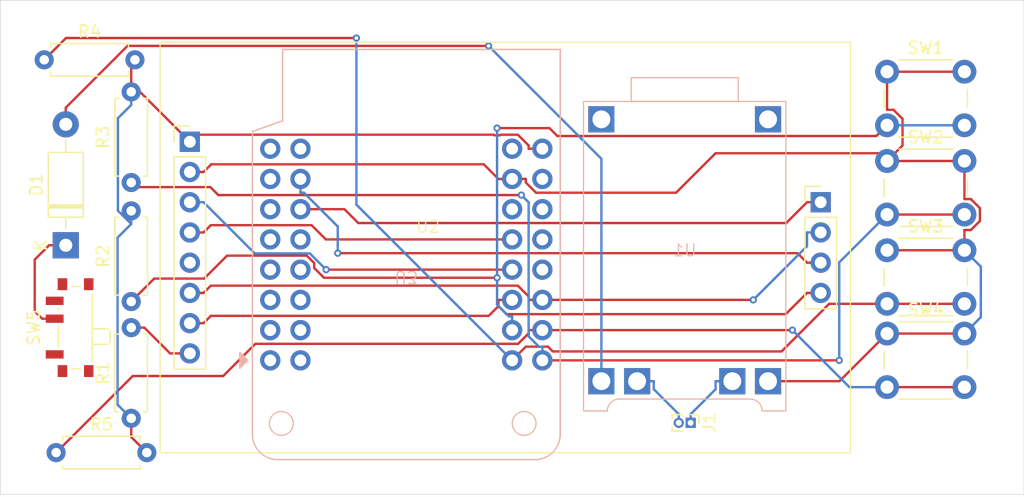
<source format=kicad_pcb>
(kicad_pcb (version 20241129) (generator "pcbnew") (generator_version "8.99")
  (layers (0 "F.Cu" signal) (2 "B.Cu" signal) (13 "F.Paste" user) (15 "B.Paste" user) (5 "F.SilkS" user "F.Silkscreen") (7 "B.SilkS" user "B.Silkscreen") (1 "F.Mask" user) (3 "B.Mask" user) (25 "Edge.Cuts" user))
  (net 0 "")
  (net 1 "Net-(D1-A)")
  (net 2 "Net-(D1-K)")
  (net 3 "Net-(U2-LED)")
  (net 4 "+3V3")
  (net 5 "b1")
  (net 6 "b2")
  (net 7 "b3")
  (net 8 "b4")
  (net 9 "GND")
  (net 10 "BAT-")
  (net 14 "VCC")
  (net 15 "BAT+")
  (net 16 "SCK")
  (net 17 "TFT_DC")
  (net 18 "MOSI")
  (net 19 "CS")
  (net 20 "MISO")
  (net 21 "SD_CS")
  (net 22 "TFT_EN")
  (net 39 "+5V")
  (footprint "Button_Switch_THT:SW_PUSH_6mm_H7.3mm" (layer "F.Cu") (at 147.5 80)
    (property "Reference" "SW4" (at 3.25 -2 0) (layer "F.SilkS"))
    (property "Value" "SW_Omron_B3FS")
    (fp_line (start -0.25 1.5) (end -0.25 3) (stroke (width 0.12)) (layer "F.SilkS"))
    (fp_line (start 1 5.5) (end 5.5 5.5) (stroke (width 0.12)) (layer "F.SilkS"))
    (fp_line (start 5.5 -1) (end 1 -1) (stroke (width 0.12)) (layer "F.SilkS"))
    (fp_line (start 6.75 3) (end 6.75 1.5) (stroke (width 0.12)) (layer "F.SilkS"))
    (pad "1" thru_hole circle (at 0 0 90) (size 2 2) (drill 1.1) (layers "*.Cu" "*.Mask") (net 9 "GND"))
    (pad "1" thru_hole circle (at 6.5 0 90) (size 2 2) (drill 1.1) (layers "*.Cu" "*.Mask") (net 9 "GND"))
    (pad "2" thru_hole circle (at 0 4.5 90) (size 2 2) (drill 1.1) (layers "*.Cu" "*.Mask") (net 8 "b4"))
    (pad "2" thru_hole circle (at 6.5 4.5 90) (size 2 2) (drill 1.1) (layers "*.Cu" "*.Mask") (net 8 "b4"))
  )
  (footprint "Connector_PinHeader_1.00mm:PinHeader_1x02_P1.00mm_Vertical" (layer "F.Cu") (at 131 87.5 -90)
    (property "Reference" "J1" (at 0 -1.56 90) (layer "F.SilkS"))
    (property "Value" "Conn_01x02_Pin")
    (fp_line (start -0.695 1.56) (end -0.394493 1.56) (stroke (width 0.12)) (layer "F.SilkS"))
    (fp_line (start 0.394493 1.56) (end 0.695 1.56) (stroke (width 0.12)) (layer "F.SilkS"))
    (fp_line (start -0.695 0.685) (end -0.695 1.56) (stroke (width 0.12)) (layer "F.SilkS"))
    (fp_line (start -0.695 0.685) (end -0.608276 0.685) (stroke (width 0.12)) (layer "F.SilkS"))
    (fp_line (start 0.608276 0.685) (end 0.695 0.685) (stroke (width 0.12)) (layer "F.SilkS"))
    (fp_line (start 0.695 0.685) (end 0.695 1.56) (stroke (width 0.12)) (layer "F.SilkS"))
    (fp_line (start -0.695 0) (end -0.695 -0.685) (stroke (width 0.12)) (layer "F.SilkS"))
    (fp_line (start -0.695 -0.685) (end 0 -0.685) (stroke (width 0.12)) (layer "F.SilkS"))
    (pad "1" thru_hole rect (at 0 0 270) (size 0.85 0.85) (drill 0.5) (layers "*.Cu" "*.Mask") (net 10 "BAT-"))
    (pad "2" thru_hole oval (at 0 1 270) (size 0.85 0.85) (drill 0.5) (layers "*.Cu" "*.Mask") (net 15 "BAT+"))
  )
  (footprint "Button_Switch_SMD:SW_SPDT_PCM12" (layer "F.Cu") (at 79 79.5 90)
    (property "Reference" "SW5" (at 0 -3.2 90) (layer "F.SilkS"))
    (property "Value" "SW_SPDT")
    (fp_line (start 1.4 -1.12) (end 1.6 -1.12) (stroke (width 0.12)) (layer "F.SilkS"))
    (fp_line (start -1.6 -1.12) (end 0.1 -1.12) (stroke (width 0.12)) (layer "F.SilkS"))
    (fp_line (start -3.45 -0.07) (end -3.45 0.72) (stroke (width 0.12)) (layer "F.SilkS"))
    (fp_line (start 3.45 0.72) (end 3.45 -0.07) (stroke (width 0.12)) (layer "F.SilkS"))
    (fp_line (start -1.4 1.73) (end -1.4 3.02) (stroke (width 0.12)) (layer "F.SilkS"))
    (fp_line (start -2.85 1.73) (end 2.85 1.73) (stroke (width 0.12)) (layer "F.SilkS"))
    (fp_line (start -0.1 3.02) (end -0.1 1.73) (stroke (width 0.12)) (layer "F.SilkS"))
    (fp_line (start -0.1 3.02) (end -0.3 3.23) (stroke (width 0.12)) (layer "F.SilkS"))
    (fp_line (start -1.4 3.02) (end -1.2 3.23) (stroke (width 0.12)) (layer "F.SilkS"))
    (fp_line (start -1.2 3.23) (end -0.3 3.23) (stroke (width 0.12)) (layer "F.SilkS"))
    (pad "" smd rect (at -3.65 -0.78 90) (size 1 0.8) (layers "F.Cu" "F.Mask" "F.Paste"))
    (pad "" smd rect (at -3.65 1.43 90) (size 1 0.8) (layers "F.Cu" "F.Mask" "F.Paste"))
    (pad "" np_thru_hole circle (at -1.5 0.33 90) (size 0.9 0.9) (drill 0.9) (layers "*.Cu" "*.Mask"))
    (pad "" np_thru_hole circle (at 1.5 0.33 90) (size 0.9 0.9) (drill 0.9) (layers "*.Cu" "*.Mask"))
    (pad "" smd rect (at 3.65 -0.78 90) (size 1 0.8) (layers "F.Cu" "F.Mask" "F.Paste"))
    (pad "" smd rect (at 3.65 1.43 90) (size 1 0.8) (layers "F.Cu" "F.Mask" "F.Paste"))
    (pad "1" smd rect (at -2.25 -1.43 90) (size 0.7 1.5) (layers "F.Cu" "F.Mask" "F.Paste") (net 14 "VCC"))
    (pad "2" smd rect (at 0.75 -1.43 90) (size 0.7 1.5) (layers "F.Cu" "F.Mask" "F.Paste") (net 2 "Net-(D1-K)"))
    (pad "3" smd rect (at 2.25 -1.43 90) (size 0.7 1.5) (layers "F.Cu" "F.Mask" "F.Paste"))
  )
  (footprint "Button_Switch_THT:SW_PUSH_6mm_H7.3mm" (layer "F.Cu") (at 147.5 73)
    (property "Reference" "SW3" (at 3.25 -2 0) (layer "F.SilkS"))
    (property "Value" "SW_Omron_B3FS")
    (fp_line (start -0.25 1.5) (end -0.25 3) (stroke (width 0.12)) (layer "F.SilkS"))
    (fp_line (start 1 5.5) (end 5.5 5.5) (stroke (width 0.12)) (layer "F.SilkS"))
    (fp_line (start 5.5 -1) (end 1 -1) (stroke (width 0.12)) (layer "F.SilkS"))
    (fp_line (start 6.75 3) (end 6.75 1.5) (stroke (width 0.12)) (layer "F.SilkS"))
    (pad "1" thru_hole circle (at 0 0 90) (size 2 2) (drill 1.1) (layers "*.Cu" "*.Mask") (net 9 "GND"))
    (pad "1" thru_hole circle (at 6.5 0 90) (size 2 2) (drill 1.1) (layers "*.Cu" "*.Mask") (net 9 "GND"))
    (pad "2" thru_hole circle (at 0 4.5 90) (size 2 2) (drill 1.1) (layers "*.Cu" "*.Mask") (net 7 "b3"))
    (pad "2" thru_hole circle (at 6.5 4.5 90) (size 2 2) (drill 1.1) (layers "*.Cu" "*.Mask") (net 7 "b3"))
  )
  (footprint "asylum-weather:TFT_ST7735_SD" (layer "F.Cu") (at 108.925 72.525)
    (property "Reference" "U2" (at 0 -1.5 0) (layer "F.SilkS") (effects (font (thickness 0.1))))
    (property "Value" "TFT_ST7735_SD")
    (fp_line (start -21.33 -9.97) (end -20 -9.97) (stroke (width 0.12)) (layer "F.SilkS"))
    (fp_line (start -21.33 -8.64) (end -21.33 -9.97) (stroke (width 0.12)) (layer "F.SilkS"))
    (fp_line (start -21.33 -7.37) (end -21.33 10.47) (stroke (width 0.12)) (layer "F.SilkS"))
    (fp_line (start -21.33 -7.37) (end -18.67 -7.37) (stroke (width 0.12)) (layer "F.SilkS"))
    (fp_line (start -21.33 10.47) (end -18.67 10.47) (stroke (width 0.12)) (layer "F.SilkS"))
    (fp_line (start -18.67 -7.37) (end -18.67 10.47) (stroke (width 0.12)) (layer "F.SilkS"))
    (fp_line (start 31.67 -4.89) (end 33 -4.89) (stroke (width 0.12)) (layer "F.SilkS"))
    (fp_line (start 31.67 -3.56) (end 31.67 -4.89) (stroke (width 0.12)) (layer "F.SilkS"))
    (fp_line (start 31.67 -2.29) (end 31.67 5.39) (stroke (width 0.12)) (layer "F.SilkS"))
    (fp_line (start 31.67 -2.29) (end 34.33 -2.29) (stroke (width 0.12)) (layer "F.SilkS"))
    (fp_line (start 31.67 5.39) (end 34.33 5.39) (stroke (width 0.12)) (layer "F.SilkS"))
    (fp_line (start 34.33 -2.29) (end 34.33 5.39) (stroke (width 0.12)) (layer "F.SilkS"))
    (fp_rect (start -22.5 -17) (end 35.5 17.5) (stroke (width 0.1)) (fill no) (layer "F.SilkS"))
    (pad "" np_thru_hole circle (at -19.5 -14) (size 3.2 3.2) (drill 3.2) (layers "*.Cu" "*.Mask"))
    (pad "" np_thru_hole circle (at -19.5 14.5) (size 3.2 3.2) (drill 3.2) (layers "*.Cu" "*.Mask"))
    (pad "" np_thru_hole circle (at 32.5 -14) (size 3.2 3.2) (drill 3.2) (layers "*.Cu" "*.Mask"))
    (pad "" np_thru_hole circle (at 32.5 14.5) (size 3.2 3.2) (drill 3.2) (layers "*.Cu" "*.Mask"))
    (pad "1" thru_hole rect (at -20 -8.64) (size 1.7 1.7) (drill 1) (layers "*.Cu" "*.Mask") (net 4 "+3V3"))
    (pad "2" thru_hole oval (at -20 -6.1) (size 1.7 1.7) (drill 1) (layers "*.Cu" "*.Mask") (net 9 "GND"))
    (pad "3" thru_hole oval (at -20 -3.56) (size 1.7 1.7) (drill 1) (layers "*.Cu" "*.Mask") (net 19 "CS"))
    (pad "4" thru_hole oval (at -20 -1.02) (size 1.7 1.7) (drill 1) (layers "*.Cu" "*.Mask") (net 22 "TFT_EN"))
    (pad "5" thru_hole oval (at -20 1.52) (size 1.7 1.7) (drill 1) (layers "*.Cu" "*.Mask") (net 17 "TFT_DC"))
    (pad "6" thru_hole oval (at -20 4.06) (size 1.7 1.7) (drill 1) (layers "*.Cu" "*.Mask") (net 18 "MOSI"))
    (pad "7" thru_hole oval (at -20 6.6) (size 1.7 1.7) (drill 1) (layers "*.Cu" "*.Mask") (net 16 "SCK"))
    (pad "8" thru_hole oval (at -20 9.14) (size 1.7 1.7) (drill 1) (layers "*.Cu" "*.Mask") (net 3 "Net-(U2-LED)"))
    (pad "9" thru_hole rect (at 33 -3.56) (size 1.7 1.7) (drill 1) (layers "*.Cu" "*.Mask") (net 21 "SD_CS"))
    (pad "10" thru_hole oval (at 33 -1.02) (size 1.7 1.7) (drill 1) (layers "*.Cu" "*.Mask") (net 18 "MOSI"))
    (pad "11" thru_hole oval (at 33 1.52) (size 1.7 1.7) (drill 1) (layers "*.Cu" "*.Mask") (net 20 "MISO"))
    (pad "12" thru_hole oval (at 33 4.06) (size 1.7 1.7) (drill 1) (layers "*.Cu" "*.Mask") (net 16 "SCK"))
  )
  (footprint "Resistor_THT:R_Axial_DIN0207_L6.3mm_D2.5mm_P7.62mm_Horizontal" (layer "F.Cu") (at 77.69 90)
    (property "Reference" "R5" (at 3.81 -2.37 0) (layer "F.SilkS"))
    (property "Value" "R_Small")
    (fp_line (start 0.54 -1.37) (end 7.08 -1.37) (stroke (width 0.12)) (layer "F.SilkS"))
    (fp_line (start 0.54 -1.04) (end 0.54 -1.37) (stroke (width 0.12)) (layer "F.SilkS"))
    (fp_line (start 0.54 1.04) (end 0.54 1.37) (stroke (width 0.12)) (layer "F.SilkS"))
    (fp_line (start 0.54 1.37) (end 7.08 1.37) (stroke (width 0.12)) (layer "F.SilkS"))
    (fp_line (start 7.08 -1.37) (end 7.08 -1.04) (stroke (width 0.12)) (layer "F.SilkS"))
    (fp_line (start 7.08 1.37) (end 7.08 1.04) (stroke (width 0.12)) (layer "F.SilkS"))
    (pad "1" thru_hole circle (at 0 0) (size 1.6 1.6) (drill 0.8) (layers "*.Cu" "*.Mask") (net 8 "b4"))
    (pad "2" thru_hole oval (at 7.62 0) (size 1.6 1.6) (drill 0.8) (layers "*.Cu" "*.Mask") (net 4 "+3V3"))
  )
  (footprint "Button_Switch_THT:SW_PUSH_6mm_H7.3mm" (layer "F.Cu") (at 147.5 58)
    (property "Reference" "SW1" (at 3.25 -2 0) (layer "F.SilkS"))
    (property "Value" "SW_Omron_B3FS")
    (fp_line (start -0.25 1.5) (end -0.25 3) (stroke (width 0.12)) (layer "F.SilkS"))
    (fp_line (start 1 5.5) (end 5.5 5.5) (stroke (width 0.12)) (layer "F.SilkS"))
    (fp_line (start 5.5 -1) (end 1 -1) (stroke (width 0.12)) (layer "F.SilkS"))
    (fp_line (start 6.75 3) (end 6.75 1.5) (stroke (width 0.12)) (layer "F.SilkS"))
    (pad "1" thru_hole circle (at 0 0 90) (size 2 2) (drill 1.1) (layers "*.Cu" "*.Mask") (net 9 "GND"))
    (pad "1" thru_hole circle (at 6.5 0 90) (size 2 2) (drill 1.1) (layers "*.Cu" "*.Mask") (net 9 "GND"))
    (pad "2" thru_hole circle (at 0 4.5 90) (size 2 2) (drill 1.1) (layers "*.Cu" "*.Mask") (net 5 "b1"))
    (pad "2" thru_hole circle (at 6.5 4.5 90) (size 2 2) (drill 1.1) (layers "*.Cu" "*.Mask") (net 5 "b1"))
  )
  (footprint "Resistor_THT:R_Axial_DIN0207_L6.3mm_D2.5mm_P7.62mm_Horizontal" (layer "F.Cu") (at 84 67.31 90)
    (property "Reference" "R3" (at 3.81 -2.37 90) (layer "F.SilkS"))
    (property "Value" "R_Small")
    (fp_line (start 7.08 -1.37) (end 7.08 -1.04) (stroke (width 0.12)) (layer "F.SilkS"))
    (fp_line (start 0.54 -1.37) (end 7.08 -1.37) (stroke (width 0.12)) (layer "F.SilkS"))
    (fp_line (start 0.54 -1.04) (end 0.54 -1.37) (stroke (width 0.12)) (layer "F.SilkS"))
    (fp_line (start 0.54 1.04) (end 0.54 1.37) (stroke (width 0.12)) (layer "F.SilkS"))
    (fp_line (start 7.08 1.37) (end 7.08 1.04) (stroke (width 0.12)) (layer "F.SilkS"))
    (fp_line (start 0.54 1.37) (end 7.08 1.37) (stroke (width 0.12)) (layer "F.SilkS"))
    (pad "1" thru_hole circle (at 0 0 90) (size 1.6 1.6) (drill 0.8) (layers "*.Cu" "*.Mask") (net 6 "b2"))
    (pad "2" thru_hole oval (at 7.62 0 90) (size 1.6 1.6) (drill 0.8) (layers "*.Cu" "*.Mask") (net 4 "+3V3"))
  )
  (footprint "Resistor_THT:R_Axial_DIN0207_L6.3mm_D2.5mm_P7.62mm_Horizontal" (layer "F.Cu") (at 84 87.12 90)
    (property "Reference" "R1" (at 3.81 -2.37 90) (layer "F.SilkS"))
    (property "Value" "R_Small")
    (fp_line (start 7.08 -1.37) (end 7.08 -1.04) (stroke (width 0.12)) (layer "F.SilkS"))
    (fp_line (start 0.54 -1.37) (end 7.08 -1.37) (stroke (width 0.12)) (layer "F.SilkS"))
    (fp_line (start 0.54 -1.04) (end 0.54 -1.37) (stroke (width 0.12)) (layer "F.SilkS"))
    (fp_line (start 0.54 1.04) (end 0.54 1.37) (stroke (width 0.12)) (layer "F.SilkS"))
    (fp_line (start 7.08 1.37) (end 7.08 1.04) (stroke (width 0.12)) (layer "F.SilkS"))
    (fp_line (start 0.54 1.37) (end 7.08 1.37) (stroke (width 0.12)) (layer "F.SilkS"))
    (pad "1" thru_hole circle (at 0 0 90) (size 1.6 1.6) (drill 0.8) (layers "*.Cu" "*.Mask") (net 4 "+3V3"))
    (pad "2" thru_hole oval (at 7.62 0 90) (size 1.6 1.6) (drill 0.8) (layers "*.Cu" "*.Mask") (net 3 "Net-(U2-LED)"))
  )
  (footprint "Button_Switch_THT:SW_PUSH_6mm_H7.3mm" (layer "F.Cu") (at 147.5 65.5)
    (property "Reference" "SW2" (at 3.25 -2 0) (layer "F.SilkS"))
    (property "Value" "SW_Omron_B3FS")
    (fp_line (start -0.25 1.5) (end -0.25 3) (stroke (width 0.12)) (layer "F.SilkS"))
    (fp_line (start 1 5.5) (end 5.5 5.5) (stroke (width 0.12)) (layer "F.SilkS"))
    (fp_line (start 5.5 -1) (end 1 -1) (stroke (width 0.12)) (layer "F.SilkS"))
    (fp_line (start 6.75 3) (end 6.75 1.5) (stroke (width 0.12)) (layer "F.SilkS"))
    (pad "1" thru_hole circle (at 0 0 90) (size 2 2) (drill 1.1) (layers "*.Cu" "*.Mask") (net 9 "GND"))
    (pad "1" thru_hole circle (at 6.5 0 90) (size 2 2) (drill 1.1) (layers "*.Cu" "*.Mask") (net 9 "GND"))
    (pad "2" thru_hole circle (at 0 4.5 90) (size 2 2) (drill 1.1) (layers "*.Cu" "*.Mask") (net 6 "b2"))
    (pad "2" thru_hole circle (at 6.5 4.5 90) (size 2 2) (drill 1.1) (layers "*.Cu" "*.Mask") (net 6 "b2"))
  )
  (footprint "Diode_THT:D_DO-41_SOD81_P10.16mm_Horizontal" (layer "F.Cu") (at 78.5 72.58 90)
    (property "Reference" "D1" (at 5.08 -2.47 90) (layer "F.SilkS"))
    (property "Value" "1N5817")
    (fp_line (start 7.8 -1.47) (end 2.36 -1.47) (stroke (width 0.12)) (layer "F.SilkS"))
    (fp_line (start 3.38 -1.47) (end 3.38 1.47) (stroke (width 0.12)) (layer "F.SilkS"))
    (fp_line (start 3.26 -1.47) (end 3.26 1.47) (stroke (width 0.12)) (layer "F.SilkS"))
    (fp_line (start 3.14 -1.47) (end 3.14 1.47) (stroke (width 0.12)) (layer "F.SilkS"))
    (fp_line (start 2.36 -1.47) (end 2.36 1.47) (stroke (width 0.12)) (layer "F.SilkS"))
    (fp_line (start 8.82 0) (end 7.8 0) (stroke (width 0.12)) (layer "F.SilkS"))
    (fp_line (start 1.34 0) (end 2.36 0) (stroke (width 0.12)) (layer "F.SilkS"))
    (fp_line (start 7.8 1.47) (end 7.8 -1.47) (stroke (width 0.12)) (layer "F.SilkS"))
    (fp_line (start 2.36 1.47) (end 7.8 1.47) (stroke (width 0.12)) (layer "F.SilkS"))
    (fp_text user "K" (at 0 -2.1 90) (layer "F.SilkS"))
    (pad "1" thru_hole rect (at 0 0 90) (size 2.2 2.2) (drill 1.1) (layers "*.Cu" "*.Mask") (net 2 "Net-(D1-K)"))
    (pad "2" thru_hole oval (at 10.16 0 90) (size 2.2 2.2) (drill 1.1) (layers "*.Cu" "*.Mask") (net 1 "Net-(D1-A)"))
  )
  (footprint "Resistor_THT:R_Axial_DIN0207_L6.3mm_D2.5mm_P7.62mm_Horizontal" (layer "F.Cu") (at 76.69 57)
    (property "Reference" "R4" (at 3.81 -2.37 0) (layer "F.SilkS"))
    (property "Value" "R_Small")
    (fp_line (start 0.54 -1.37) (end 7.08 -1.37) (stroke (width 0.12)) (layer "F.SilkS"))
    (fp_line (start 0.54 -1.04) (end 0.54 -1.37) (stroke (width 0.12)) (layer "F.SilkS"))
    (fp_line (start 0.54 1.04) (end 0.54 1.37) (stroke (width 0.12)) (layer "F.SilkS"))
    (fp_line (start 0.54 1.37) (end 7.08 1.37) (stroke (width 0.12)) (layer "F.SilkS"))
    (fp_line (start 7.08 -1.37) (end 7.08 -1.04) (stroke (width 0.12)) (layer "F.SilkS"))
    (fp_line (start 7.08 1.37) (end 7.08 1.04) (stroke (width 0.12)) (layer "F.SilkS"))
    (pad "1" thru_hole circle (at 0 0) (size 1.6 1.6) (drill 0.8) (layers "*.Cu" "*.Mask") (net 7 "b3"))
    (pad "2" thru_hole oval (at 7.62 0) (size 1.6 1.6) (drill 0.8) (layers "*.Cu" "*.Mask") (net 4 "+3V3"))
  )
  (footprint "Resistor_THT:R_Axial_DIN0207_L6.3mm_D2.5mm_P7.62mm_Horizontal" (layer "F.Cu") (at 84 77.31 90)
    (property "Reference" "R2" (at 3.81 -2.37 90) (layer "F.SilkS"))
    (property "Value" "R_Small")
    (fp_line (start 7.08 -1.37) (end 7.08 -1.04) (stroke (width 0.12)) (layer "F.SilkS"))
    (fp_line (start 0.54 -1.37) (end 7.08 -1.37) (stroke (width 0.12)) (layer "F.SilkS"))
    (fp_line (start 0.54 -1.04) (end 0.54 -1.37) (stroke (width 0.12)) (layer "F.SilkS"))
    (fp_line (start 0.54 1.04) (end 0.54 1.37) (stroke (width 0.12)) (layer "F.SilkS"))
    (fp_line (start 7.08 1.37) (end 7.08 1.04) (stroke (width 0.12)) (layer "F.SilkS"))
    (fp_line (start 0.54 1.37) (end 7.08 1.37) (stroke (width 0.12)) (layer "F.SilkS"))
    (pad "1" thru_hole circle (at 0 0 90) (size 1.6 1.6) (drill 0.8) (layers "*.Cu" "*.Mask") (net 5 "b1"))
    (pad "2" thru_hole oval (at 7.62 0 90) (size 1.6 1.6) (drill 0.8) (layers "*.Cu" "*.Mask") (net 4 "+3V3"))
  )
  (footprint "asylum-weather:TP4056" (layer "B.Cu") (at 130.5 73.5 180)
    (property "Reference" "U1" (at 0 0.5 0) (layer "B.SilkS") (effects (font (thickness 0.1)) (justify mirror)))
    (property "Value" "~")
    (fp_line (start 8.5 13) (end 8.5 -13) (stroke (width 0.1)) (layer "B.SilkS"))
    (fp_line (start 8.5 -13) (end 6.5 -13) (stroke (width 0.1)) (layer "B.SilkS"))
    (fp_line (start -5.5 -12) (end 5.5 -12) (stroke (width 0.1)) (layer "B.SilkS"))
    (fp_line (start -6.5 -13) (end -8.5 -13) (stroke (width 0.1)) (layer "B.SilkS"))
    (fp_line (start -8.5 13) (end 8.5 13) (stroke (width 0.1)) (layer "B.SilkS"))
    (fp_line (start -8.5 13) (end -8.5 -13) (stroke (width 0.1)) (layer "B.SilkS"))
    (fp_rect (start -4.5 15) (end 4.5 13) (stroke (width 0.1)) (fill no) (layer "B.SilkS"))
    (fp_arc (start 6.5 -13) (mid 6.207107 -12.292893) (end 5.5 -12) (stroke (width 0.1)) (layer "B.SilkS"))
    (fp_arc (start -5.5 -12) (mid -6.207107 -12.292893) (end -6.5 -13) (stroke (width 0.1)) (layer "B.SilkS"))
    (pad "0" thru_hole rect (at 4 -10.5 90) (size 2.2 2.2) (drill 1.5) (layers "F&B.Cu" "*.Mask") (net 15 "BAT+"))
    (pad "1" thru_hole rect (at -4 -10.5 90) (size 2.2 2.2) (drill 1.5) (layers "F&B.Cu" "*.Mask") (net 10 "BAT-"))
    (pad "2" thru_hole rect (at 7 -10.5 90) (size 2.2 2.2) (drill 1.5) (layers "F&B.Cu" "*.Mask") (net 1 "Net-(D1-A)"))
    (pad "3" thru_hole rect (at -7 -10.5 90) (size 2.2 2.2) (drill 1.5) (layers "F&B.Cu" "*.Mask") (net 9 "GND"))
    (pad "4" thru_hole rect (at 7 11.5 90) (size 2.2 2.2) (drill 1.5) (layers "F&B.Cu" "*.Mask"))
    (pad "5" thru_hole rect (at -7 11.5 90) (size 2.2 2.2) (drill 1.5) (layers "F&B.Cu" "*.Mask"))
  )
  (footprint "asylum-weather:WEMOS_S2_Mini" (layer "B.Cu") (at 107.11 74.75)
    (property "Reference" "U3" (at 0 0.5 180) (layer "B.SilkS") (effects (font (thickness 0.1)) (justify mirror)))
    (property "Value" "WEMOS_S2_Mini")
    (fp_line (start -12.93 -11.72) (end -12.93 13.71) (stroke (width 0.12)) (layer "B.SilkS"))
    (fp_line (start -12.93 -11.72) (end -10.39 -12.63) (stroke (width 0.12)) (layer "B.SilkS"))
    (fp_line (start -10.39 -18.62) (end 12.93 -18.62) (stroke (width 0.12)) (layer "B.SilkS"))
    (fp_line (start -10.39 -12.63) (end -10.39 -18.62) (stroke (width 0.12)) (layer "B.SilkS"))
    (fp_line (start 10.81 15.84) (end -10.8 15.84) (stroke (width 0.12)) (layer "B.SilkS"))
    (fp_line (start 12.93 -18.62) (end 12.93 13.71) (stroke (width 0.12)) (layer "B.SilkS"))
    (fp_arc (start -10.8 15.84) (mid -12.306137 15.216137) (end -12.93 13.71) (stroke (width 0.12)) (layer "B.SilkS"))
    (fp_arc (start 12.93 13.71) (mid 12.306137 15.216137) (end 10.8 15.84) (stroke (width 0.12)) (layer "B.SilkS"))
    (fp_circle (center -10.5 12.8) (end -9.5 12.8) (stroke (width 0.1)) (fill no) (layer "B.SilkS"))
    (fp_circle (center 9.9 12.8) (end 10.9 12.8) (stroke (width 0.1)) (fill no) (layer "B.SilkS"))
    (fp_poly (pts (xy -13.97 8.135) (xy -13.97 6.865) (xy -13.335 7.5)) (stroke (width 0.15)) (fill yes) (layer "B.SilkS"))
    (pad "1" thru_hole oval (at -11.43 7.5) (size 1.7 1.7) (drill 1) (layers "F&B.Cu" "*.Mask"))
    (pad "2" thru_hole oval (at -11.43 4.96) (size 1.7 1.7) (drill 1) (layers "F&B.Cu" "*.Mask"))
    (pad "3" thru_hole oval (at -11.43 2.42) (size 1.7 1.7) (drill 1) (layers "F&B.Cu" "*.Mask"))
    (pad "4" thru_hole oval (at -11.43 -0.12) (size 1.7 1.7) (drill 1) (layers "F&B.Cu" "*.Mask"))
    (pad "5" thru_hole oval (at -11.43 -2.66) (size 1.7 1.7) (drill 1) (layers "F&B.Cu" "*.Mask"))
    (pad "6" thru_hole oval (at -11.43 -5.2) (size 1.7 1.7) (drill 1) (layers "F&B.Cu" "*.Mask"))
    (pad "7" thru_hole oval (at -11.43 -7.74) (size 1.7 1.7) (drill 1) (layers "F&B.Cu" "*.Mask"))
    (pad "8" thru_hole oval (at -11.43 -10.28) (size 1.7 1.7) (drill 1) (layers "F&B.Cu" "*.Mask") (net 39 "+5V"))
    (pad "9" thru_hole oval (at -8.89 7.5) (size 1.7 1.7) (drill 1) (layers "F&B.Cu" "*.Mask"))
    (pad "10" thru_hole oval (at -8.89 4.96) (size 1.7 1.7) (drill 1) (layers "F&B.Cu" "*.Mask"))
    (pad "11" thru_hole oval (at -8.89 2.42) (size 1.7 1.7) (drill 1) (layers "F&B.Cu" "*.Mask"))
    (pad "12" thru_hole oval (at -8.89 -0.12) (size 1.7 1.7) (drill 1) (layers "F&B.Cu" "*.Mask"))
    (pad "13" thru_hole oval (at -8.89 -2.66) (size 1.7 1.7) (drill 1) (layers "F&B.Cu" "*.Mask"))
    (pad "14" thru_hole oval (at -8.89 -5.2) (size 1.7 1.7) (drill 1) (layers "F&B.Cu" "*.Mask") (net 21 "SD_CS"))
    (pad "15" thru_hole oval (at -8.89 -7.74) (size 1.7 1.7) (drill 1) (layers "F&B.Cu" "*.Mask") (net 20 "MISO"))
    (pad "16" thru_hole oval (at -8.89 -10.28) (size 1.7 1.7) (drill 1) (layers "F&B.Cu" "*.Mask"))
    (pad "17" thru_hole circle (at 8.89 7.5) (size 1.7 1.7) (drill 1) (layers "F&B.Cu" "*.Mask") (net 7 "b3"))
    (pad "18" thru_hole oval (at 8.89 4.96) (size 1.7 1.7) (drill 1) (layers "F&B.Cu" "*.Mask") (net 5 "b1"))
    (pad "19" thru_hole oval (at 8.89 2.42) (size 1.7 1.7) (drill 1) (layers "F&B.Cu" "*.Mask") (net 16 "SCK"))
    (pad "20" thru_hole oval (at 8.89 -0.12) (size 1.7 1.7) (drill 1) (layers "F&B.Cu" "*.Mask") (net 19 "CS"))
    (pad "21" thru_hole oval (at 8.89 -2.66) (size 1.7 1.7) (drill 1) (layers "F&B.Cu" "*.Mask") (net 22 "TFT_EN"))
    (pad "22" thru_hole oval (at 8.89 -5.2) (size 1.7 1.7) (drill 1) (layers "F&B.Cu" "*.Mask"))
    (pad "23" thru_hole oval (at 8.89 -7.74) (size 1.7 1.7) (drill 1) (layers "F&B.Cu" "*.Mask") (net 9 "GND"))
    (pad "24" thru_hole oval (at 8.89 -10.28) (size 1.7 1.7) (drill 1) (layers "F&B.Cu" "*.Mask"))
    (pad "25" thru_hole oval (at 11.43 7.5) (size 1.7 1.7) (drill 1) (layers "F&B.Cu" "*.Mask") (net 6 "b2"))
    (pad "26" thru_hole oval (at 11.43 4.96) (size 1.7 1.7) (drill 1) (layers "F&B.Cu" "*.Mask") (net 8 "b4"))
    (pad "27" thru_hole oval (at 11.43 2.42) (size 1.7 1.7) (drill 1) (layers "F&B.Cu" "*.Mask") (net 18 "MOSI"))
    (pad "28" thru_hole oval (at 11.43 -0.12) (size 1.7 1.7) (drill 1) (layers "F&B.Cu" "*.Mask") (net 17 "TFT_DC"))
    (pad "29" thru_hole oval (at 11.43 -2.66) (size 1.7 1.7) (drill 1) (layers "F&B.Cu" "*.Mask"))
    (pad "30" thru_hole oval (at 11.43 -5.2) (size 1.7 1.7) (drill 1) (layers "F&B.Cu" "*.Mask"))
    (pad "31" thru_hole oval (at 11.43 -7.74) (size 1.7 1.7) (drill 1) (layers "F&B.Cu" "*.Mask"))
    (pad "32" thru_hole oval (at 11.43 -10.28) (size 1.7 1.7) (drill 1) (layers "F&B.Cu" "*.Mask") (net 4 "+3V3"))
  )
  (gr_line (start 159 52) (end 159 93.5) (stroke (width 0.05)) (layer "Edge.Cuts"))
  (gr_line (start 73 93) (end 73 93.5) (stroke (width 0.05)) (layer "Edge.Cuts"))
  (gr_line (start 73 52) (end 159 52) (stroke (width 0.05)) (layer "Edge.Cuts"))
  (gr_line (start 73 93) (end 73 52) (stroke (width 0.05)) (layer "Edge.Cuts"))
  (gr_line (start 159 93.5) (end 73 93.5) (stroke (width 0.05)) (layer "Edge.Cuts"))
  (segment (start 78.5 62.42) (end 78.5 61.0183) (width 0.2) (layer "F.Cu") (net 1))
  (segment (start 78.5 61.0183) (end 83.687 55.8313) (width 0.2) (layer "F.Cu") (net 1))
  (segment (start 83.687 55.8313) (end 114.0189 55.8313) (width 0.2) (layer "F.Cu") (net 1))
  (via (at 114.0189 55.8313) (size 0.6) (drill 0.3) (layers "F.Cu" "B.Cu") (net 1))
  (segment (start 123.5 84) (end 123.5 65.3124) (width 0.2) (layer "B.Cu") (net 1))
  (segment (start 123.5 65.3124) (end 114.0189 55.8313) (width 0.2) (layer "B.Cu") (net 1))
  (segment (start 78.5 72.58) (end 77.0983 72.58) (width 0.2) (layer "F.Cu") (net 2))
  (segment (start 77.57 78.75) (end 76.5183 78.75) (width 0.2) (layer "F.Cu") (net 2))
  (segment (start 77.0983 72.58) (end 75.8927 73.7856) (width 0.2) (layer "F.Cu") (net 2))
  (segment (start 75.8927 73.7856) (end 75.8927 78.1244) (width 0.2) (layer "F.Cu") (net 2))
  (segment (start 75.8927 78.1244) (end 76.5183 78.75) (width 0.2) (layer "F.Cu") (net 2))
  (segment (start 87.2667 81.665) (end 88.925 81.665) (width 0.2) (layer "F.Cu") (net 3))
  (segment (start 85.1017 79.5) (end 87.2667 81.665) (width 0.2) (layer "F.Cu") (net 3))
  (segment (start 84 79.5) (end 85.1017 79.5) (width 0.2) (layer "F.Cu") (net 3))
  (segment (start 115.033 63.2913) (end 116.4781 63.2913) (width 0.2) (layer "F.Cu") (net 4))
  (segment (start 114.4354 63.2898) (end 114.4858 63.3402) (width 0.2) (layer "F.Cu") (net 4))
  (segment (start 88.3994 63.3594) (end 88.925 63.885) (width 0.2) (layer "F.Cu") (net 4))
  (segment (start 118.54 64.47) (end 117.3883 64.47) (width 0.2) (layer "F.Cu") (net 4))
  (segment (start 84.73 59.69) (end 88.3994 63.3594) (width 0.2) (layer "F.Cu") (net 4))
  (segment (start 88.469 63.2898) (end 114.4354 63.2898) (width 0.2) (layer "F.Cu") (net 4))
  (segment (start 116.4781 63.2913) (end 117.3883 64.2015) (width 0.2) (layer "F.Cu") (net 4))
  (segment (start 85.31 90) (end 84 88.69) (width 0.2) (layer "F.Cu") (net 4))
  (segment (start 117.3883 64.2015) (end 117.3883 64.47) (width 0.2) (layer "F.Cu") (net 4))
  (segment (start 84 88.69) (end 84 87.12) (width 0.2) (layer "F.Cu") (net 4))
  (segment (start 84 59.69) (end 84 57.31) (width 0.2) (layer "F.Cu") (net 4))
  (segment (start 84 57.31) (end 84.31 57) (width 0.2) (layer "F.Cu") (net 4))
  (segment (start 84 59.69) (end 84.73 59.69) (width 0.2) (layer "F.Cu") (net 4))
  (segment (start 114.4858 63.3402) (end 114.9841 63.3402) (width 0.2) (layer "F.Cu") (net 4))
  (segment (start 88.3994 63.3594) (end 88.469 63.2898) (width 0.2) (layer "F.Cu") (net 4))
  (segment (start 114.9841 63.3402) (end 115.033 63.2913) (width 0.2) (layer "F.Cu") (net 4))
  (segment (start 84 69.69) (end 84 70.7917) (width 0.2) (layer "B.Cu") (net 4))
  (segment (start 84 60.7917) (end 82.8809 61.9108) (width 0.2) (layer "B.Cu") (net 4))
  (segment (start 84 87.12) (end 82.8541 85.9741) (width 0.2) (layer "B.Cu") (net 4))
  (segment (start 84 59.69) (end 84 60.7917) (width 0.2) (layer "B.Cu") (net 4))
  (segment (start 82.8541 71.9376) (end 84 70.7917) (width 0.2) (layer "B.Cu") (net 4))
  (segment (start 82.8809 69.6726) (end 84 70.7917) (width 0.2) (layer "B.Cu") (net 4))
  (segment (start 82.8809 61.9108) (end 82.8809 69.6726) (width 0.2) (layer "B.Cu") (net 4))
  (segment (start 82.8541 85.9741) (end 82.8541 71.9376) (width 0.2) (layer "B.Cu") (net 4))
  (segment (start 99.3717 74.4909) (end 99.3717 74.0747) (width 0.2) (layer "F.Cu") (net 5))
  (segment (start 119.8019 63.4017) (end 119.1387 62.7385) (width 0.2) (layer "F.Cu") (net 5))
  (segment (start 119.1387 62.7385) (end 114.7349 62.7385) (width 0.2) (layer "F.Cu") (net 5))
  (segment (start 85.9302 75.3798) (end 84 77.31) (width 0.2) (layer "F.Cu") (net 5))
  (segment (start 114.7349 75.31) (end 100.1908 75.31) (width 0.2) (layer "F.Cu") (net 5))
  (segment (start 98.7476 73.4506) (end 92.0552 73.4506) (width 0.2) (layer "F.Cu") (net 5))
  (segment (start 92.0552 73.4506) (end 90.126 75.3798) (width 0.2) (layer "F.Cu") (net 5))
  (segment (start 100.1908 75.31) (end 99.3717 74.4909) (width 0.2) (layer "F.Cu") (net 5))
  (segment (start 90.126 75.3798) (end 85.9302 75.3798) (width 0.2) (layer "F.Cu") (net 5))
  (segment (start 147.5 62.5) (end 146.5983 63.4017) (width 0.2) (layer "F.Cu") (net 5))
  (segment (start 99.3717 74.0747) (end 98.7476 73.4506) (width 0.2) (layer "F.Cu") (net 5))
  (segment (start 146.5983 63.4017) (end 119.8019 63.4017) (width 0.2) (layer "F.Cu") (net 5))
  (via (at 114.7349 62.7385) (size 0.6) (drill 0.3) (layers "F.Cu" "B.Cu") (net 5))
  (via (at 114.7349 75.31) (size 0.6) (drill 0.3) (layers "F.Cu" "B.Cu") (net 5))
  (segment (start 116 78.5583) (end 115.7315 78.5583) (width 0.2) (layer "B.Cu") (net 5))
  (segment (start 116 79.71) (end 116 78.5583) (width 0.2) (layer "B.Cu") (net 5))
  (segment (start 114.7349 75.31) (end 114.7349 62.7385) (width 0.2) (layer "B.Cu") (net 5))
  (segment (start 154 62.5) (end 147.5 62.5) (width 0.2) (layer "B.Cu") (net 5))
  (segment (start 115.7315 78.5583) (end 114.7349 77.5617) (width 0.2) (layer "B.Cu") (net 5))
  (segment (start 114.7349 77.5617) (end 114.7349 75.31) (width 0.2) (layer "B.Cu") (net 5))
  (segment (start 90.6477 67.695) (end 84.385 67.695) (width 0.2) (layer "F.Cu") (net 6))
  (segment (start 84.385 67.695) (end 84 67.31) (width 0.2) (layer "F.Cu") (net 6))
  (segment (start 91.3163 68.3636) (end 90.6477 67.695) (width 0.2) (layer "F.Cu") (net 6))
  (segment (start 118.54 82.25) (end 143.4826 82.25) (width 0.2) (layer "F.Cu") (net 6))
  (segment (start 147.5 70) (end 154 70) (width 0.2) (layer "F.Cu") (net 6))
  (segment (start 116.7777 68.3636) (end 91.3163 68.3636) (width 0.2) (layer "F.Cu") (net 6))
  (via (at 143.4826 82.25) (size 0.6) (drill 0.3) (layers "F.Cu" "B.Cu") (net 6))
  (via (at 116.7777 68.3636) (size 0.6) (drill 0.3) (layers "F.Cu" "B.Cu") (net 6))
  (segment (start 118.54 81.0983) (end 118.252 81.0983) (width 0.2) (layer "B.Cu") (net 6))
  (segment (start 147.5 70) (end 143.4826 74.0174) (width 0.2) (layer "B.Cu") (net 6))
  (segment (start 143.4826 74.0174) (end 143.4826 82.25) (width 0.2) (layer "B.Cu") (net 6))
  (segment (start 118.252 81.0983) (end 117.3883 80.2346) (width 0.2) (layer "B.Cu") (net 6))
  (segment (start 118.54 82.25) (end 118.54 81.0983) (width 0.2) (layer "B.Cu") (net 6))
  (segment (start 117.3883 80.2346) (end 117.3883 68.9742) (width 0.2) (layer "B.Cu") (net 6))
  (segment (start 117.3883 68.9742) (end 116.7777 68.3636) (width 0.2) (layer "B.Cu") (net 6))
  (segment (start 147.5 77.5) (end 142.638 77.5) (width 0.2) (layer "F.Cu") (net 7))
  (segment (start 117.151 81.099) (end 116 82.25) (width 0.2) (layer "F.Cu") (net 7))
  (segment (start 147.5 77.5) (end 154 77.5) (width 0.2) (layer "F.Cu") (net 7))
  (segment (start 119.017 81.099) (end 117.151 81.099) (width 0.2) (layer "F.Cu") (net 7))
  (segment (start 119.418 81.5) (end 119.017 81.099) (width 0.2) (layer "F.Cu") (net 7))
  (segment (start 142.638 77.5) (end 138.638 81.5) (width 0.2) (layer "F.Cu") (net 7))
  (segment (start 138.638 81.5) (end 119.418 81.5) (width 0.2) (layer "F.Cu") (net 7))
  (segment (start 102.9177 55.1707) (end 78.5193 55.1707) (width 0.2) (layer "F.Cu") (net 7))
  (segment (start 78.5193 55.1707) (end 76.69 57) (width 0.2) (layer "F.Cu") (net 7))
  (via (at 102.9177 55.1707) (size 0.6) (drill 0.3) (layers "F.Cu" "B.Cu") (net 7))
  (segment (start 102.9177 69.1677) (end 102.9177 55.1707) (width 0.2) (layer "B.Cu") (net 7))
  (segment (start 116 82.25) (end 102.9177 69.1677) (width 0.2) (layer "B.Cu") (net 7))
  (segment (start 118.54 79.71) (end 117.3883 79.71) (width 0.2) (layer "F.Cu") (net 8))
  (segment (start 77.69 90) (end 84.1232 83.5668) (width 0.2) (layer "F.Cu") (net 8))
  (segment (start 94.429 80.8617) (end 116.5051 80.8617) (width 0.2) (layer "F.Cu") (net 8))
  (segment (start 91.7239 83.5668) (end 94.429 80.8617) (width 0.2) (layer "F.Cu") (net 8))
  (segment (start 147.5 84.5) (end 154 84.5) (width 0.2) (layer "F.Cu") (net 8))
  (segment (start 118.54 79.71) (end 139.5456 79.71) (width 0.2) (layer "F.Cu") (net 8))
  (segment (start 84.1232 83.5668) (end 91.7239 83.5668) (width 0.2) (layer "F.Cu") (net 8))
  (segment (start 117.3883 79.9785) (end 117.3883 79.71) (width 0.2) (layer "F.Cu") (net 8))
  (segment (start 116.5051 80.8617) (end 117.3883 79.9785) (width 0.2) (layer "F.Cu") (net 8))
  (via (at 139.5456 79.71) (size 0.6) (drill 0.3) (layers "F.Cu" "B.Cu") (net 8))
  (segment (start 139.5456 79.71) (end 144.3356 84.5) (width 0.2) (layer "B.Cu") (net 8))
  (segment (start 144.3356 84.5) (end 147.5 84.5) (width 0.2) (layer "B.Cu") (net 8))
  (segment (start 113.6184 65.7801) (end 90.7216 65.7801) (width 0.2) (layer "F.Cu") (net 9))
  (segment (start 154 68.699) (end 154.539 68.699) (width 0.2) (layer "F.Cu") (net 9))
  (segment (start 147.5 65.5) (end 154 65.5) (width 0.2) (layer "F.Cu") (net 9))
  (segment (start 148.039 61.199) (end 148.801 61.9611) (width 0.2) (layer "F.Cu") (net 9))
  (segment (start 147.5 58) (end 154 58) (width 0.2) (layer "F.Cu") (net 9))
  (segment (start 90.7216 65.7801) (end 90.0767 66.425) (width 0.2) (layer "F.Cu") (net 9))
  (segment (start 88.925 66.425) (end 90.0767 66.425) (width 0.2) (layer "F.Cu") (net 9))
  (segment (start 154 65.5) (end 154 68.699) (width 0.2) (layer "F.Cu") (net 9))
  (segment (start 133.0923 64.8495) (end 129.7768 68.165) (width 0.2) (layer "F.Cu") (net 9))
  (segment (start 116 67.01) (end 114.8483 67.01) (width 0.2) (layer "F.Cu") (net 9))
  (segment (start 147.5 80) (end 143.5 84) (width 0.2) (layer "F.Cu") (net 9))
  (segment (start 154.539 71.301) (end 154 71.301) (width 0.2) (layer "F.Cu") (net 9))
  (segment (start 129.7768 68.165) (end 118.0078 68.165) (width 0.2) (layer "F.Cu") (net 9))
  (segment (start 147.5 58) (end 147.5 61.199) (width 0.2) (layer "F.Cu") (net 9))
  (segment (start 155.301 69.4611) (end 155.301 70.5389) (width 0.2) (layer "F.Cu") (net 9))
  (segment (start 114.8483 67.01) (end 113.6184 65.7801) (width 0.2) (layer "F.Cu") (net 9))
  (segment (start 116.5759 67.01) (end 116 67.01) (width 0.2) (layer "F.Cu") (net 9))
  (segment (start 118.0078 68.165) (end 117.1517 67.3089) (width 0.2) (layer "F.Cu") (net 9))
  (segment (start 155.301 70.5389) (end 154.539 71.301) (width 0.2) (layer "F.Cu") (net 9))
  (segment (start 143.5 84) (end 137.5 84) (width 0.2) (layer "F.Cu") (net 9))
  (segment (start 154 71.301) (end 154 73) (width 0.2) (layer "F.Cu") (net 9))
  (segment (start 147.5 61.199) (end 148.039 61.199) (width 0.2) (layer "F.Cu") (net 9))
  (segment (start 147.5 73) (end 154 73) (width 0.2) (layer "F.Cu") (net 9))
  (segment (start 148.1505 64.8495) (end 133.0923 64.8495) (width 0.2) (layer "F.Cu") (net 9))
  (segment (start 148.1505 64.8495) (end 147.5 65.5) (width 0.2) (layer "F.Cu") (net 9))
  (segment (start 117.1517 67.3089) (end 117.1517 67.01) (width 0.2) (layer "F.Cu") (net 9))
  (segment (start 148.801 61.9611) (end 148.801 64.199) (width 0.2) (layer "F.Cu") (net 9))
  (segment (start 154 80) (end 147.5 80) (width 0.2) (layer "F.Cu") (net 9))
  (segment (start 154.539 68.699) (end 155.301 69.4611) (width 0.2) (layer "F.Cu") (net 9))
  (segment (start 116.5759 67.01) (end 117.1517 67.01) (width 0.2) (layer "F.Cu") (net 9))
  (segment (start 148.801 64.199) (end 148.1505 64.8495) (width 0.2) (layer "F.Cu") (net 9))
  (segment (start 154 73) (end 155.3769 74.3769) (width 0.2) (layer "B.Cu") (net 9))
  (segment (start 155.3769 74.3769) (end 155.3769 78.6231) (width 0.2) (layer "B.Cu") (net 9))
  (segment (start 155.3769 78.6231) (end 154 80) (width 0.2) (layer "B.Cu") (net 9))
  (segment (start 133.0983 84.675) (end 133.0983 84) (width 0.2) (layer "B.Cu") (net 10))
  (segment (start 131 87.5) (end 131 86.7733) (width 0.2) (layer "B.Cu") (net 10))
  (segment (start 134.5 84) (end 133.0983 84) (width 0.2) (layer "B.Cu") (net 10))
  (segment (start 131 86.7733) (end 133.0983 84.675) (width 0.2) (layer "B.Cu") (net 10))
  (segment (start 126.5 84) (end 127.9017 84) (width 0.2) (layer "B.Cu") (net 15))
  (segment (start 130 87.5) (end 130 86.7733) (width 0.2) (layer "B.Cu") (net 15))
  (segment (start 130 86.7733) (end 127.9017 84.675) (width 0.2) (layer "B.Cu") (net 15))
  (segment (start 127.9017 84.675) (end 127.9017 84) (width 0.2) (layer "B.Cu") (net 15))
  (segment (start 140.7733 76.585) (end 138.989 78.3693) (width 0.2) (layer "F.Cu") (net 16))
  (segment (start 141.925 76.585) (end 140.7733 76.585) (width 0.2) (layer "F.Cu") (net 16))
  (segment (start 114.8483 77.6946) (end 114.0322 78.5107) (width 0.2) (layer "F.Cu") (net 16))
  (segment (start 114.8483 77.6946) (end 114.8483 77.17) (width 0.2) (layer "F.Cu") (net 16))
  (segment (start 138.989 78.3693) (end 115.523 78.3693) (width 0.2) (layer "F.Cu") (net 16))
  (segment (start 90.691 78.5107) (end 90.0767 79.125) (width 0.2) (layer "F.Cu") (net 16))
  (segment (start 116 77.17) (end 114.8483 77.17) (width 0.2) (layer "F.Cu") (net 16))
  (segment (start 114.0322 78.5107) (end 90.691 78.5107) (width 0.2) (layer "F.Cu") (net 16))
  (segment (start 115.523 78.3693) (end 114.8483 77.6946) (width 0.2) (layer "F.Cu") (net 16))
  (segment (start 88.925 79.125) (end 90.0767 79.125) (width 0.2) (layer "F.Cu") (net 16))
  (segment (start 118.54 77.17) (end 117.3883 77.17) (width 0.2) (layer "F.Cu") (net 18))
  (segment (start 136.26 77.17) (end 118.54 77.17) (width 0.2) (layer "F.Cu") (net 18))
  (segment (start 116.4805 75.9743) (end 90.6874 75.9743) (width 0.2) (layer "F.Cu") (net 18))
  (segment (start 117.3883 77.17) (end 117.3883 76.8821) (width 0.2) (layer "F.Cu") (net 18))
  (segment (start 88.925 76.585) (end 90.0767 76.585) (width 0.2) (layer "F.Cu") (net 18))
  (segment (start 117.3883 76.8821) (end 116.4805 75.9743) (width 0.2) (layer "F.Cu") (net 18))
  (segment (start 90.6874 75.9743) (end 90.0767 76.585) (width 0.2) (layer "F.Cu") (net 18))
  (via (at 136.26 77.17) (size 0.6) (drill 0.3) (layers "F.Cu" "B.Cu") (net 18))
  (segment (start 140.7733 72.6567) (end 136.26 77.17) (width 0.2) (layer "B.Cu") (net 18))
  (segment (start 140.7733 71.505) (end 140.7733 72.6567) (width 0.2) (layer "B.Cu") (net 18))
  (segment (start 141.925 71.505) (end 140.7733 71.505) (width 0.2) (layer "B.Cu") (net 18))
  (segment (start 100.3723 74.63) (end 116 74.63) (width 0.2) (layer "F.Cu") (net 19))
  (via (at 100.3723 74.63) (size 0.6) (drill 0.3) (layers "F.Cu" "B.Cu") (net 19))
  (segment (start 99.0086 73.2663) (end 100.3723 74.63) (width 0.2) (layer "B.Cu") (net 19))
  (segment (start 88.925 68.965) (end 90.0767 68.965) (width 0.2) (layer "B.Cu") (net 19))
  (segment (start 94.378 73.2663) (end 99.0086 73.2663) (width 0.2) (layer "B.Cu") (net 19))
  (segment (start 90.0767 68.965) (end 94.378 73.2663) (width 0.2) (layer "B.Cu") (net 19))
  (segment (start 139.9739 73.2456) (end 101.3512 73.2456) (width 0.2) (layer "F.Cu") (net 20))
  (segment (start 140.7733 74.045) (end 139.9739 73.2456) (width 0.2) (layer "F.Cu") (net 20))
  (segment (start 141.925 74.045) (end 140.7733 74.045) (width 0.2) (layer "F.Cu") (net 20))
  (via (at 101.3512 73.2456) (size 0.6) (drill 0.3) (layers "F.Cu" "B.Cu") (net 20))
  (segment (start 98.22 68.1617) (end 98.5079 68.1617) (width 0.2) (layer "B.Cu") (net 20))
  (segment (start 98.22 67.01) (end 98.22 68.1617) (width 0.2) (layer "B.Cu") (net 20))
  (segment (start 98.5079 68.1617) (end 101.3512 71.005) (width 0.2) (layer "B.Cu") (net 20))
  (segment (start 101.3512 71.005) (end 101.3512 73.2456) (width 0.2) (layer "B.Cu") (net 20))
  (segment (start 141.925 68.965) (end 140.7733 68.965) (width 0.2) (layer "F.Cu") (net 21))
  (segment (start 101.9117 69.55) (end 103.074 70.7123) (width 0.2) (layer "F.Cu") (net 21))
  (segment (start 103.074 70.7123) (end 139.026 70.7123) (width 0.2) (layer "F.Cu") (net 21))
  (segment (start 98.22 69.55) (end 101.9117 69.55) (width 0.2) (layer "F.Cu") (net 21))
  (segment (start 139.026 70.7123) (end 140.7733 68.965) (width 0.2) (layer "F.Cu") (net 21))
  (segment (start 100.3477 72.09) (end 116 72.09) (width 0.2) (layer "F.Cu") (net 22))
  (segment (start 99.1508 70.8931) (end 100.3477 72.09) (width 0.2) (layer "F.Cu") (net 22))
  (segment (start 90.6886 70.8931) (end 99.1508 70.8931) (width 0.2) (layer "F.Cu") (net 22))
  (segment (start 88.925 71.505) (end 90.0767 71.505) (width 0.2) (layer "F.Cu") (net 22))
  (segment (start 90.0767 71.505) (end 90.6886 70.8931) (width 0.2) (layer "F.Cu") (net 22))
)
</source>
